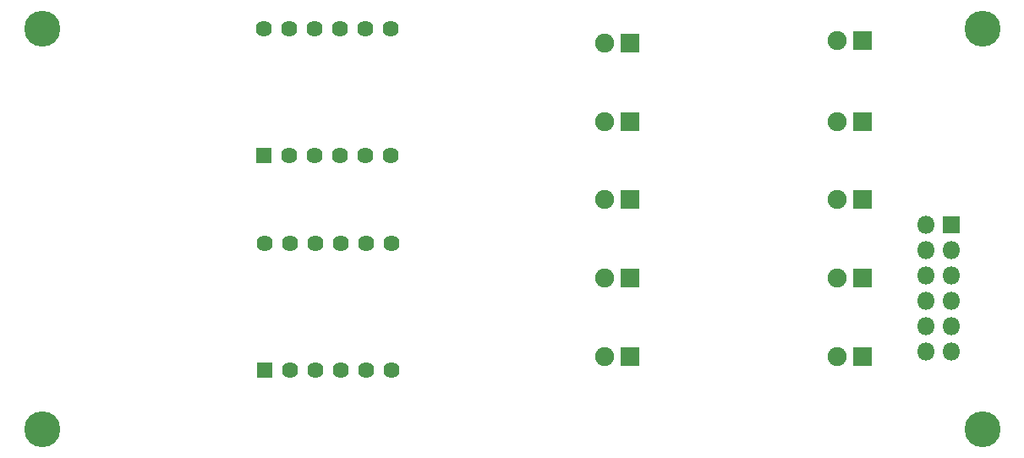
<source format=gbr>
G04 #@! TF.GenerationSoftware,KiCad,Pcbnew,(5.1.6-0-10_14)*
G04 #@! TF.CreationDate,2020-10-10T00:55:13+02:00*
G04 #@! TF.ProjectId,ka3005p_displaydriver,6b613330-3035-4705-9f64-6973706c6179,rev?*
G04 #@! TF.SameCoordinates,Original*
G04 #@! TF.FileFunction,Soldermask,Bot*
G04 #@! TF.FilePolarity,Negative*
%FSLAX46Y46*%
G04 Gerber Fmt 4.6, Leading zero omitted, Abs format (unit mm)*
G04 Created by KiCad (PCBNEW (5.1.6-0-10_14)) date 2020-10-10 00:55:13*
%MOMM*%
%LPD*%
G01*
G04 APERTURE LIST*
%ADD10C,3.600000*%
%ADD11C,1.624000*%
%ADD12R,1.624000X1.624000*%
%ADD13R,1.900000X1.900000*%
%ADD14C,1.900000*%
%ADD15R,1.800000X1.800000*%
%ADD16O,1.800000X1.800000*%
G04 APERTURE END LIST*
D10*
X102500000Y-112600000D03*
X196600000Y-112600000D03*
X196600000Y-72500000D03*
X102500000Y-72500000D03*
D11*
X137400000Y-72500000D03*
X134860000Y-72500000D03*
X132320000Y-72500000D03*
X129780000Y-72500000D03*
X127240000Y-72500000D03*
X124700000Y-72500000D03*
X137400000Y-85200000D03*
X134860000Y-85200000D03*
X132320000Y-85200000D03*
X129780000Y-85200000D03*
X127240000Y-85200000D03*
D12*
X124700000Y-85200000D03*
D11*
X137420000Y-94000000D03*
X134880000Y-94000000D03*
X132340000Y-94000000D03*
X129800000Y-94000000D03*
X127260000Y-94000000D03*
X124720000Y-94000000D03*
X137420000Y-106700000D03*
X134880000Y-106700000D03*
X132340000Y-106700000D03*
X129800000Y-106700000D03*
X127260000Y-106700000D03*
D12*
X124720000Y-106700000D03*
D13*
X161340000Y-81800000D03*
D14*
X158800000Y-81800000D03*
D13*
X184640000Y-73650000D03*
D14*
X182100000Y-73650000D03*
D13*
X184640000Y-97500000D03*
D14*
X182100000Y-97500000D03*
D13*
X161340000Y-105300000D03*
D14*
X158800000Y-105300000D03*
D13*
X184640000Y-89600000D03*
D14*
X182100000Y-89600000D03*
D13*
X161340000Y-89600000D03*
D14*
X158800000Y-89600000D03*
D13*
X161340000Y-73900000D03*
D14*
X158800000Y-73900000D03*
D13*
X184640000Y-81800000D03*
D14*
X182100000Y-81800000D03*
D13*
X184640000Y-105300000D03*
D14*
X182100000Y-105300000D03*
D15*
X193540000Y-92100000D03*
D16*
X191000000Y-92100000D03*
X193540000Y-94640000D03*
X191000000Y-94640000D03*
X193540000Y-97180000D03*
X191000000Y-97180000D03*
X193540000Y-99720000D03*
X191000000Y-99720000D03*
X193540000Y-102260000D03*
X191000000Y-102260000D03*
X193540000Y-104800000D03*
X191000000Y-104800000D03*
D14*
X158800000Y-97450000D03*
D13*
X161340000Y-97450000D03*
M02*

</source>
